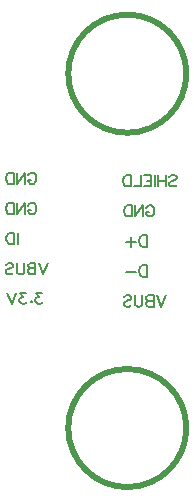
<source format=gbo>
G04 Layer: BottomSilkscreenLayer*
G04 EasyEDA v6.5.20, 2023-08-22 18:50:07*
G04 a67cddfb3fce44daa9051d46cbbcc19f,10*
G04 Gerber Generator version 0.2*
G04 Scale: 100 percent, Rotated: No, Reflected: No *
G04 Dimensions in millimeters *
G04 leading zeros omitted , absolute positions ,4 integer and 5 decimal *
%FSLAX45Y45*%
%MOMM*%

%ADD10C,0.2032*%
%ADD11C,0.5000*%

%LPD*%
D10*
X324586Y-376765D02*
G01*
X288264Y-472269D01*
X251942Y-376765D02*
G01*
X288264Y-472269D01*
X221970Y-376765D02*
G01*
X221970Y-472269D01*
X221970Y-376765D02*
G01*
X181076Y-376765D01*
X167360Y-381337D01*
X162788Y-385909D01*
X158216Y-394799D01*
X158216Y-403943D01*
X162788Y-413087D01*
X167360Y-417659D01*
X181076Y-422231D01*
X221970Y-422231D02*
G01*
X181076Y-422231D01*
X167360Y-426803D01*
X162788Y-431121D01*
X158216Y-440265D01*
X158216Y-453981D01*
X162788Y-463125D01*
X167360Y-467697D01*
X181076Y-472269D01*
X221970Y-472269D01*
X128244Y-376765D02*
G01*
X128244Y-444837D01*
X123672Y-458553D01*
X114528Y-467697D01*
X101066Y-472269D01*
X91922Y-472269D01*
X78206Y-467697D01*
X69062Y-458553D01*
X64490Y-444837D01*
X64490Y-376765D01*
X-28981Y-390227D02*
G01*
X-19837Y-381337D01*
X-6375Y-376765D01*
X11912Y-376765D01*
X25374Y-381337D01*
X34518Y-390227D01*
X34518Y-399371D01*
X29946Y-408515D01*
X25374Y-413087D01*
X16484Y-417659D01*
X-10947Y-426803D01*
X-19837Y-431121D01*
X-24409Y-435693D01*
X-28981Y-444837D01*
X-28981Y-458553D01*
X-19837Y-467697D01*
X-6375Y-472269D01*
X11912Y-472269D01*
X25374Y-467697D01*
X34518Y-458553D01*
X-725512Y-354675D02*
G01*
X-775512Y-354675D01*
X-748240Y-391038D01*
X-761875Y-391038D01*
X-770968Y-395584D01*
X-775512Y-400131D01*
X-780059Y-413765D01*
X-780059Y-422856D01*
X-775512Y-436493D01*
X-766422Y-445584D01*
X-752784Y-450131D01*
X-739150Y-450131D01*
X-725512Y-445584D01*
X-720968Y-441037D01*
X-716422Y-431947D01*
X-814603Y-427403D02*
G01*
X-810059Y-431947D01*
X-814603Y-436493D01*
X-819150Y-431947D01*
X-814603Y-427403D01*
X-858240Y-354675D02*
G01*
X-908240Y-354675D01*
X-880968Y-391038D01*
X-894603Y-391038D01*
X-903693Y-395584D01*
X-908240Y-400131D01*
X-912784Y-413765D01*
X-912784Y-422856D01*
X-908240Y-436493D01*
X-899149Y-445584D01*
X-885512Y-450131D01*
X-871875Y-450131D01*
X-858240Y-445584D01*
X-853694Y-441037D01*
X-849149Y-431947D01*
X-942784Y-354675D02*
G01*
X-979149Y-450131D01*
X-1015512Y-354675D02*
G01*
X-979149Y-450131D01*
X-674540Y-102743D02*
G01*
X-710862Y-198246D01*
X-747438Y-102743D02*
G01*
X-710862Y-198246D01*
X-777410Y-102743D02*
G01*
X-777410Y-198246D01*
X-777410Y-102743D02*
G01*
X-818304Y-102743D01*
X-831766Y-107314D01*
X-836338Y-111887D01*
X-840910Y-120777D01*
X-840910Y-129920D01*
X-836338Y-139064D01*
X-831766Y-143637D01*
X-818304Y-148209D01*
X-777410Y-148209D02*
G01*
X-818304Y-148209D01*
X-831766Y-152780D01*
X-836338Y-157098D01*
X-840910Y-166243D01*
X-840910Y-179959D01*
X-836338Y-189103D01*
X-831766Y-193675D01*
X-818304Y-198246D01*
X-777410Y-198246D01*
X-870882Y-102743D02*
G01*
X-870882Y-170814D01*
X-875454Y-184530D01*
X-884598Y-193675D01*
X-898314Y-198246D01*
X-907458Y-198246D01*
X-920920Y-193675D01*
X-930064Y-184530D01*
X-934636Y-170814D01*
X-934636Y-102743D01*
X-1028362Y-116204D02*
G01*
X-1019218Y-107314D01*
X-1005502Y-102743D01*
X-987214Y-102743D01*
X-973752Y-107314D01*
X-964608Y-116204D01*
X-964608Y-125348D01*
X-969180Y-134493D01*
X-973752Y-139064D01*
X-982896Y-143637D01*
X-1010074Y-152780D01*
X-1019218Y-157098D01*
X-1023790Y-161670D01*
X-1028362Y-170814D01*
X-1028362Y-184530D01*
X-1019218Y-193675D01*
X-1005502Y-198246D01*
X-987214Y-198246D01*
X-973752Y-193675D01*
X-964608Y-184530D01*
X-928938Y152057D02*
G01*
X-928938Y56553D01*
X-958910Y152057D02*
G01*
X-958910Y56553D01*
X-958910Y152057D02*
G01*
X-990914Y152057D01*
X-1004376Y147485D01*
X-1013520Y138595D01*
X-1018092Y129451D01*
X-1022664Y115735D01*
X-1022664Y93129D01*
X-1018092Y79413D01*
X-1013520Y70269D01*
X-1004376Y61125D01*
X-990914Y56553D01*
X-958910Y56553D01*
X-838083Y383895D02*
G01*
X-833765Y392785D01*
X-824621Y401929D01*
X-815477Y406501D01*
X-797189Y406501D01*
X-788299Y401929D01*
X-779155Y392785D01*
X-774583Y383895D01*
X-770011Y370179D01*
X-770011Y347319D01*
X-774583Y333857D01*
X-779155Y324713D01*
X-788299Y315569D01*
X-797189Y310997D01*
X-815477Y310997D01*
X-824621Y315569D01*
X-833765Y324713D01*
X-838083Y333857D01*
X-838083Y347319D01*
X-815477Y347319D02*
G01*
X-838083Y347319D01*
X-868309Y406501D02*
G01*
X-868309Y310997D01*
X-868309Y406501D02*
G01*
X-931809Y310997D01*
X-931809Y406501D02*
G01*
X-931809Y310997D01*
X-961781Y406501D02*
G01*
X-961781Y310997D01*
X-961781Y406501D02*
G01*
X-993531Y406501D01*
X-1007247Y401929D01*
X-1016391Y392785D01*
X-1020963Y383895D01*
X-1025535Y370179D01*
X-1025535Y347319D01*
X-1020963Y333857D01*
X-1016391Y324713D01*
X-1007247Y315569D01*
X-993531Y310997D01*
X-961781Y310997D01*
X-838083Y638294D02*
G01*
X-833765Y647184D01*
X-824621Y656328D01*
X-815477Y660900D01*
X-797189Y660900D01*
X-788299Y656328D01*
X-779155Y647184D01*
X-774583Y638294D01*
X-770011Y624578D01*
X-770011Y601718D01*
X-774583Y588256D01*
X-779155Y579112D01*
X-788299Y569968D01*
X-797189Y565396D01*
X-815477Y565396D01*
X-824621Y569968D01*
X-833765Y579112D01*
X-838083Y588256D01*
X-838083Y601718D01*
X-815477Y601718D02*
G01*
X-838083Y601718D01*
X-868309Y660900D02*
G01*
X-868309Y565396D01*
X-868309Y660900D02*
G01*
X-931809Y565396D01*
X-931809Y660900D02*
G01*
X-931809Y565396D01*
X-961781Y660900D02*
G01*
X-961781Y565396D01*
X-961781Y660900D02*
G01*
X-993531Y660900D01*
X-1007247Y656328D01*
X-1016391Y647184D01*
X-1020963Y638294D01*
X-1025535Y624578D01*
X-1025535Y601718D01*
X-1020963Y588256D01*
X-1016391Y579112D01*
X-1007247Y569968D01*
X-993531Y565396D01*
X-961781Y565396D01*
X356232Y627369D02*
G01*
X365376Y636259D01*
X379092Y640831D01*
X397380Y640831D01*
X410842Y636259D01*
X419986Y627369D01*
X419986Y618225D01*
X415414Y609081D01*
X410842Y604509D01*
X401698Y599937D01*
X374520Y590793D01*
X365376Y586475D01*
X360804Y581903D01*
X356232Y572759D01*
X356232Y559043D01*
X365376Y549899D01*
X379092Y545327D01*
X397380Y545327D01*
X410842Y549899D01*
X419986Y559043D01*
X326260Y640831D02*
G01*
X326260Y545327D01*
X262760Y640831D02*
G01*
X262760Y545327D01*
X326260Y595365D02*
G01*
X262760Y595365D01*
X232788Y640831D02*
G01*
X232788Y545327D01*
X202816Y640831D02*
G01*
X202816Y545327D01*
X202816Y640831D02*
G01*
X143634Y640831D01*
X202816Y595365D02*
G01*
X166240Y595365D01*
X202816Y545327D02*
G01*
X143634Y545327D01*
X113662Y640831D02*
G01*
X113662Y545327D01*
X113662Y545327D02*
G01*
X59052Y545327D01*
X29080Y640831D02*
G01*
X29080Y545327D01*
X29080Y640831D02*
G01*
X-2669Y640831D01*
X-16385Y636259D01*
X-25529Y627369D01*
X-30101Y618225D01*
X-34673Y604509D01*
X-34673Y581903D01*
X-30101Y568187D01*
X-25529Y559043D01*
X-16385Y549899D01*
X-2669Y545327D01*
X29080Y545327D01*
X161114Y363877D02*
G01*
X165432Y372767D01*
X174576Y381911D01*
X183720Y386483D01*
X202008Y386483D01*
X210898Y381911D01*
X220042Y372767D01*
X224614Y363877D01*
X229186Y350161D01*
X229186Y327301D01*
X224614Y313839D01*
X220042Y304695D01*
X210898Y295551D01*
X202008Y290979D01*
X183720Y290979D01*
X174576Y295551D01*
X165432Y304695D01*
X161114Y313839D01*
X161114Y327301D01*
X183720Y327301D02*
G01*
X161114Y327301D01*
X130888Y386483D02*
G01*
X130888Y290979D01*
X130888Y386483D02*
G01*
X67388Y290979D01*
X67388Y386483D02*
G01*
X67388Y290979D01*
X37416Y386483D02*
G01*
X37416Y290979D01*
X37416Y386483D02*
G01*
X5666Y386483D01*
X-8049Y381911D01*
X-17193Y372767D01*
X-21765Y363877D01*
X-26337Y350161D01*
X-26337Y327301D01*
X-21765Y313839D01*
X-17193Y304695D01*
X-8049Y295551D01*
X5666Y290979D01*
X37416Y290979D01*
X165587Y132034D02*
G01*
X165587Y36530D01*
X165587Y132034D02*
G01*
X133837Y132034D01*
X120121Y127462D01*
X110977Y118572D01*
X106405Y109428D01*
X101833Y95712D01*
X101833Y73106D01*
X106405Y59390D01*
X110977Y50246D01*
X120121Y41102D01*
X133837Y36530D01*
X165587Y36530D01*
X30967Y118572D02*
G01*
X30967Y36530D01*
X71861Y77678D02*
G01*
X-9926Y77678D01*
X165587Y-121965D02*
G01*
X165587Y-217469D01*
X165587Y-121965D02*
G01*
X133837Y-121965D01*
X120121Y-126537D01*
X110977Y-135427D01*
X106405Y-144571D01*
X101833Y-158287D01*
X101833Y-180893D01*
X106405Y-194609D01*
X110977Y-203753D01*
X120121Y-212897D01*
X133837Y-217469D01*
X165587Y-217469D01*
X71861Y-176321D02*
G01*
X-9926Y-176321D01*
D11*
G75*
G01
X499999Y1499997D02*
G03X499999Y1499997I-499999J0D01*
G75*
G01
X499999Y-1499997D02*
G03X499999Y-1499997I-499999J0D01*
M02*

</source>
